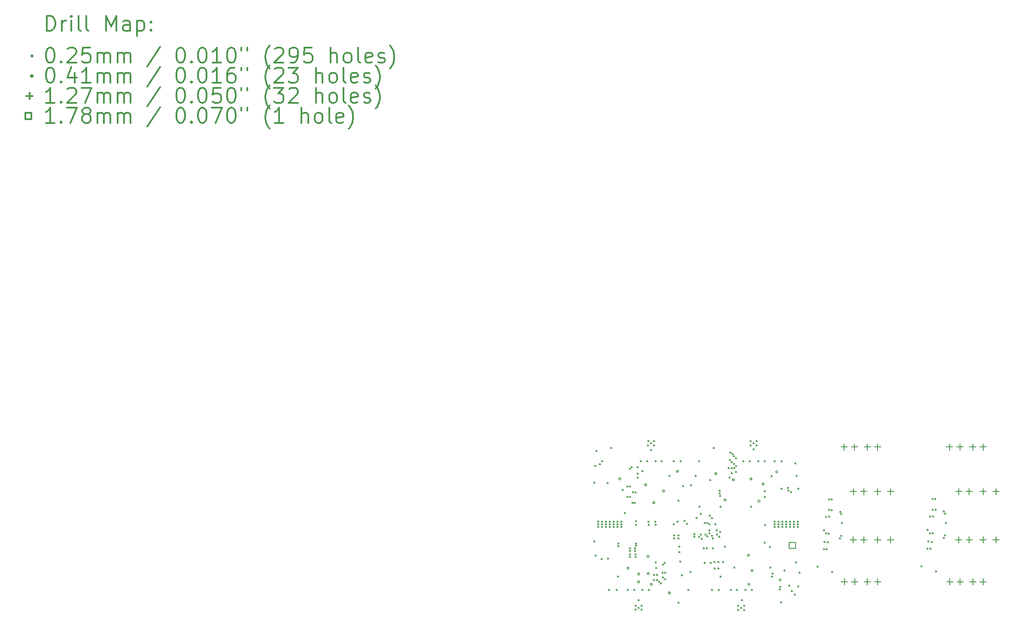
<source format=gbr>
%FSLAX45Y45*%
G04 Gerber Fmt 4.5, Leading zero omitted, Abs format (unit mm)*
G04 Created by KiCad (PCBNEW 4.0.5) date Fri Apr 14 16:53:30 2017*
%MOMM*%
%LPD*%
G01*
G04 APERTURE LIST*
%ADD10C,0.127000*%
%ADD11C,0.200000*%
%ADD12C,0.300000*%
G04 APERTURE END LIST*
D10*
D11*
X11060938Y-9376410D02*
X11086338Y-9401810D01*
X11086338Y-9376410D02*
X11060938Y-9401810D01*
X11063224Y-10536428D02*
X11088624Y-10561828D01*
X11088624Y-10536428D02*
X11063224Y-10561828D01*
X11082020Y-9039098D02*
X11107420Y-9064498D01*
X11107420Y-9039098D02*
X11082020Y-9064498D01*
X11090656Y-10812018D02*
X11116056Y-10837418D01*
X11116056Y-10812018D02*
X11090656Y-10837418D01*
X11103356Y-8745220D02*
X11128756Y-8770620D01*
X11128756Y-8745220D02*
X11103356Y-8770620D01*
X11137900Y-10147300D02*
X11163300Y-10172700D01*
X11163300Y-10147300D02*
X11137900Y-10172700D01*
X11137900Y-10198100D02*
X11163300Y-10223500D01*
X11163300Y-10198100D02*
X11137900Y-10223500D01*
X11137900Y-10248900D02*
X11163300Y-10274300D01*
X11163300Y-10248900D02*
X11137900Y-10274300D01*
X11168380Y-9011920D02*
X11193780Y-9037320D01*
X11193780Y-9011920D02*
X11168380Y-9037320D01*
X11205972Y-10876280D02*
X11231372Y-10901680D01*
X11231372Y-10876280D02*
X11205972Y-10901680D01*
X11212830Y-8952738D02*
X11238230Y-8978138D01*
X11238230Y-8952738D02*
X11212830Y-8978138D01*
X11214100Y-10147300D02*
X11239500Y-10172700D01*
X11239500Y-10147300D02*
X11214100Y-10172700D01*
X11214100Y-10198100D02*
X11239500Y-10223500D01*
X11239500Y-10198100D02*
X11214100Y-10223500D01*
X11214100Y-10248900D02*
X11239500Y-10274300D01*
X11239500Y-10248900D02*
X11214100Y-10274300D01*
X11290300Y-10147300D02*
X11315700Y-10172700D01*
X11315700Y-10147300D02*
X11290300Y-10172700D01*
X11290300Y-10198100D02*
X11315700Y-10223500D01*
X11315700Y-10198100D02*
X11290300Y-10223500D01*
X11290300Y-10248900D02*
X11315700Y-10274300D01*
X11315700Y-10248900D02*
X11290300Y-10274300D01*
X11322304Y-9381744D02*
X11347704Y-9407144D01*
X11347704Y-9381744D02*
X11322304Y-9407144D01*
X11331956Y-10872216D02*
X11357356Y-10897616D01*
X11357356Y-10872216D02*
X11331956Y-10897616D01*
X11352022Y-11487404D02*
X11377422Y-11512804D01*
X11377422Y-11487404D02*
X11352022Y-11512804D01*
X11366500Y-10147300D02*
X11391900Y-10172700D01*
X11391900Y-10147300D02*
X11366500Y-10172700D01*
X11366500Y-10198100D02*
X11391900Y-10223500D01*
X11391900Y-10198100D02*
X11366500Y-10223500D01*
X11366500Y-10248900D02*
X11391900Y-10274300D01*
X11391900Y-10248900D02*
X11366500Y-10274300D01*
X11390884Y-8685530D02*
X11416284Y-8710930D01*
X11416284Y-8685530D02*
X11390884Y-8710930D01*
X11442700Y-10147300D02*
X11468100Y-10172700D01*
X11468100Y-10147300D02*
X11442700Y-10172700D01*
X11442700Y-10198100D02*
X11468100Y-10223500D01*
X11468100Y-10198100D02*
X11442700Y-10223500D01*
X11442700Y-10248900D02*
X11468100Y-10274300D01*
X11468100Y-10248900D02*
X11442700Y-10274300D01*
X11501882Y-11488166D02*
X11527282Y-11513566D01*
X11527282Y-11488166D02*
X11501882Y-11513566D01*
X11518900Y-10147300D02*
X11544300Y-10172700D01*
X11544300Y-10147300D02*
X11518900Y-10172700D01*
X11518900Y-10198100D02*
X11544300Y-10223500D01*
X11544300Y-10198100D02*
X11518900Y-10223500D01*
X11518900Y-10248900D02*
X11544300Y-10274300D01*
X11544300Y-10248900D02*
X11518900Y-10274300D01*
X11531346Y-11229594D02*
X11556746Y-11254994D01*
X11556746Y-11229594D02*
X11531346Y-11254994D01*
X11533124Y-10623296D02*
X11558524Y-10648696D01*
X11558524Y-10623296D02*
X11533124Y-10648696D01*
X11534140Y-10574020D02*
X11559540Y-10599420D01*
X11559540Y-10574020D02*
X11534140Y-10599420D01*
X11595100Y-10147300D02*
X11620500Y-10172700D01*
X11620500Y-10147300D02*
X11595100Y-10172700D01*
X11595100Y-10198100D02*
X11620500Y-10223500D01*
X11620500Y-10198100D02*
X11595100Y-10223500D01*
X11595100Y-10248900D02*
X11620500Y-10274300D01*
X11620500Y-10248900D02*
X11595100Y-10274300D01*
X11622532Y-9517380D02*
X11647932Y-9542780D01*
X11647932Y-9517380D02*
X11622532Y-9542780D01*
X11666728Y-9973564D02*
X11692128Y-9998964D01*
X11692128Y-9973564D02*
X11666728Y-9998964D01*
X11716766Y-9448038D02*
X11742166Y-9473438D01*
X11742166Y-9448038D02*
X11716766Y-9473438D01*
X11717303Y-9653616D02*
X11742703Y-9679016D01*
X11742703Y-9653616D02*
X11717303Y-9679016D01*
X11722862Y-11487404D02*
X11748262Y-11512804D01*
X11748262Y-11487404D02*
X11722862Y-11512804D01*
X11762486Y-10716260D02*
X11787886Y-10741660D01*
X11787886Y-10716260D02*
X11762486Y-10741660D01*
X11762486Y-10786364D02*
X11787886Y-10811764D01*
X11787886Y-10786364D02*
X11762486Y-10811764D01*
X11762994Y-10834624D02*
X11788394Y-10860024D01*
X11788394Y-10834624D02*
X11762994Y-10860024D01*
X11763248Y-10665968D02*
X11788648Y-10691368D01*
X11788648Y-10665968D02*
X11763248Y-10691368D01*
X11763877Y-9104673D02*
X11789277Y-9130073D01*
X11789277Y-9104673D02*
X11763877Y-9130073D01*
X11765563Y-9653524D02*
X11790963Y-9678924D01*
X11790963Y-9653524D02*
X11765563Y-9678924D01*
X11766804Y-9449054D02*
X11792204Y-9474454D01*
X11792204Y-9449054D02*
X11766804Y-9474454D01*
X11798300Y-9070848D02*
X11823700Y-9096248D01*
X11823700Y-9070848D02*
X11798300Y-9096248D01*
X11813286Y-9767824D02*
X11838686Y-9793224D01*
X11838686Y-9767824D02*
X11813286Y-9793224D01*
X11823950Y-9562850D02*
X11849350Y-9588250D01*
X11849350Y-9562850D02*
X11823950Y-9588250D01*
X11847068Y-11486896D02*
X11872468Y-11512296D01*
X11872468Y-11486896D02*
X11847068Y-11512296D01*
X11861545Y-9767519D02*
X11886945Y-9792919D01*
X11886945Y-9767519D02*
X11861545Y-9792919D01*
X11868404Y-10666730D02*
X11893804Y-10692130D01*
X11893804Y-10666730D02*
X11868404Y-10692130D01*
X11869928Y-10717784D02*
X11895328Y-10743184D01*
X11895328Y-10717784D02*
X11869928Y-10743184D01*
X11871960Y-10786364D02*
X11897360Y-10811764D01*
X11897360Y-10786364D02*
X11871960Y-10811764D01*
X11872167Y-9564891D02*
X11897567Y-9590291D01*
X11897567Y-9564891D02*
X11872167Y-9590291D01*
X11872468Y-10834624D02*
X11897868Y-10860024D01*
X11897868Y-10834624D02*
X11872468Y-10860024D01*
X11874500Y-11803888D02*
X11899900Y-11829288D01*
X11899900Y-11803888D02*
X11874500Y-11829288D01*
X11874500Y-11881612D02*
X11899900Y-11907012D01*
X11899900Y-11881612D02*
X11874500Y-11907012D01*
X11880088Y-10570972D02*
X11905488Y-10596372D01*
X11905488Y-10570972D02*
X11880088Y-10596372D01*
X11881137Y-10619221D02*
X11906537Y-10644621D01*
X11906537Y-10619221D02*
X11881137Y-10644621D01*
X11886184Y-10201148D02*
X11911584Y-10226548D01*
X11911584Y-10201148D02*
X11886184Y-10226548D01*
X11886692Y-10138156D02*
X11912092Y-10163556D01*
X11912092Y-10138156D02*
X11886692Y-10163556D01*
X11916156Y-9195308D02*
X11941556Y-9220708D01*
X11941556Y-9195308D02*
X11916156Y-9220708D01*
X11916918Y-9270238D02*
X11942318Y-9295638D01*
X11942318Y-9270238D02*
X11916918Y-9295638D01*
X11917172Y-9064244D02*
X11942572Y-9089644D01*
X11942572Y-9064244D02*
X11917172Y-9089644D01*
X11932920Y-11846560D02*
X11958320Y-11871960D01*
X11958320Y-11846560D02*
X11932920Y-11871960D01*
X11937492Y-11693906D02*
X11962892Y-11719306D01*
X11962892Y-11693906D02*
X11937492Y-11719306D01*
X11978386Y-8950706D02*
X12003786Y-8976106D01*
X12003786Y-8950706D02*
X11978386Y-8976106D01*
X11990324Y-11804396D02*
X12015724Y-11829796D01*
X12015724Y-11804396D02*
X11990324Y-11829796D01*
X11990324Y-11881612D02*
X12015724Y-11907012D01*
X12015724Y-11881612D02*
X11990324Y-11907012D01*
X12007300Y-9148300D02*
X12032700Y-9173700D01*
X12032700Y-9148300D02*
X12007300Y-9173700D01*
X12007596Y-11486896D02*
X12032996Y-11512296D01*
X12032996Y-11486896D02*
X12007596Y-11512296D01*
X12100560Y-8950198D02*
X12125960Y-8975598D01*
X12125960Y-8950198D02*
X12100560Y-8975598D01*
X12123928Y-8637016D02*
X12149328Y-8662416D01*
X12149328Y-8637016D02*
X12123928Y-8662416D01*
X12124436Y-8553704D02*
X12149836Y-8579104D01*
X12149836Y-8553704D02*
X12124436Y-8579104D01*
X12126976Y-10146284D02*
X12152376Y-10171684D01*
X12152376Y-10146284D02*
X12126976Y-10171684D01*
X12133326Y-11487404D02*
X12158726Y-11512804D01*
X12158726Y-11487404D02*
X12133326Y-11512804D01*
X12133580Y-10202672D02*
X12158980Y-10228072D01*
X12158980Y-10202672D02*
X12133580Y-10228072D01*
X12175490Y-8726170D02*
X12200890Y-8751570D01*
X12200890Y-8726170D02*
X12175490Y-8751570D01*
X12179300Y-8595360D02*
X12204700Y-8620760D01*
X12204700Y-8595360D02*
X12179300Y-8620760D01*
X12237212Y-8553704D02*
X12262612Y-8579104D01*
X12262612Y-8553704D02*
X12237212Y-8579104D01*
X12237212Y-8636508D02*
X12262612Y-8661908D01*
X12262612Y-8636508D02*
X12237212Y-8661908D01*
X12242038Y-11191240D02*
X12267438Y-11216640D01*
X12267438Y-11191240D02*
X12242038Y-11216640D01*
X12242292Y-11295380D02*
X12267692Y-11320780D01*
X12267692Y-11295380D02*
X12242292Y-11320780D01*
X12267692Y-10144252D02*
X12293092Y-10169652D01*
X12293092Y-10144252D02*
X12267692Y-10169652D01*
X12268708Y-10202164D02*
X12294108Y-10227564D01*
X12294108Y-10202164D02*
X12268708Y-10227564D01*
X12269724Y-8949944D02*
X12295124Y-8975344D01*
X12295124Y-8949944D02*
X12269724Y-8975344D01*
X12275396Y-10949094D02*
X12300796Y-10974494D01*
X12300796Y-10949094D02*
X12275396Y-10974494D01*
X12278360Y-11058652D02*
X12303760Y-11084052D01*
X12303760Y-11058652D02*
X12278360Y-11084052D01*
X12294108Y-11191748D02*
X12319508Y-11217148D01*
X12319508Y-11191748D02*
X12294108Y-11217148D01*
X12294616Y-11295380D02*
X12320016Y-11320780D01*
X12320016Y-11295380D02*
X12294616Y-11320780D01*
X12341860Y-11324336D02*
X12367260Y-11349736D01*
X12367260Y-11324336D02*
X12341860Y-11349736D01*
X12373356Y-11362944D02*
X12398756Y-11388344D01*
X12398756Y-11362944D02*
X12373356Y-11388344D01*
X12394184Y-8949690D02*
X12419584Y-8975090D01*
X12419584Y-8949690D02*
X12394184Y-8975090D01*
X12409932Y-11150600D02*
X12435332Y-11176000D01*
X12435332Y-11150600D02*
X12409932Y-11176000D01*
X12412218Y-11245342D02*
X12437618Y-11270742D01*
X12437618Y-11245342D02*
X12412218Y-11270742D01*
X12412538Y-10988015D02*
X12437938Y-11013415D01*
X12437938Y-10988015D02*
X12412538Y-11013415D01*
X12450300Y-10954300D02*
X12475700Y-10979700D01*
X12475700Y-10954300D02*
X12450300Y-10979700D01*
X12457430Y-11280648D02*
X12482830Y-11306048D01*
X12482830Y-11280648D02*
X12457430Y-11306048D01*
X12459300Y-11150300D02*
X12484700Y-11175700D01*
X12484700Y-11150300D02*
X12459300Y-11175700D01*
X12540742Y-9235694D02*
X12566142Y-9261094D01*
X12566142Y-9235694D02*
X12540742Y-9261094D01*
X12627300Y-10197300D02*
X12652700Y-10222700D01*
X12652700Y-10197300D02*
X12627300Y-10222700D01*
X12631166Y-8948674D02*
X12656566Y-8974074D01*
X12656566Y-8948674D02*
X12631166Y-8974074D01*
X12640056Y-10417556D02*
X12665456Y-10442956D01*
X12665456Y-10417556D02*
X12640056Y-10442956D01*
X12640564Y-10470388D02*
X12665964Y-10495788D01*
X12665964Y-10470388D02*
X12640564Y-10495788D01*
X12706096Y-10146284D02*
X12731496Y-10171684D01*
X12731496Y-10146284D02*
X12706096Y-10171684D01*
X12721844Y-10415524D02*
X12747244Y-10440924D01*
X12747244Y-10415524D02*
X12721844Y-10440924D01*
X12722606Y-11741404D02*
X12748006Y-11766804D01*
X12748006Y-11741404D02*
X12722606Y-11766804D01*
X12723368Y-10470388D02*
X12748768Y-10495788D01*
X12748768Y-10470388D02*
X12723368Y-10495788D01*
X12724892Y-9725660D02*
X12750292Y-9751060D01*
X12750292Y-9725660D02*
X12724892Y-9751060D01*
X12739116Y-10744708D02*
X12764516Y-10770108D01*
X12764516Y-10744708D02*
X12739116Y-10770108D01*
X12739624Y-10631424D02*
X12765024Y-10656824D01*
X12765024Y-10631424D02*
X12739624Y-10656824D01*
X12752832Y-10934192D02*
X12778232Y-10959592D01*
X12778232Y-10934192D02*
X12752832Y-10959592D01*
X12767564Y-8949436D02*
X12792964Y-8974836D01*
X12792964Y-8949436D02*
X12767564Y-8974836D01*
X12789154Y-11200892D02*
X12814554Y-11226292D01*
X12814554Y-11200892D02*
X12789154Y-11226292D01*
X12818364Y-9437624D02*
X12843764Y-9463024D01*
X12843764Y-9437624D02*
X12818364Y-9463024D01*
X12837160Y-10130028D02*
X12862560Y-10155428D01*
X12862560Y-10130028D02*
X12837160Y-10155428D01*
X12887960Y-10183876D02*
X12913360Y-10209276D01*
X12913360Y-10183876D02*
X12887960Y-10209276D01*
X12917932Y-11489182D02*
X12943332Y-11514582D01*
X12943332Y-11489182D02*
X12917932Y-11514582D01*
X12955016Y-11136884D02*
X12980416Y-11162284D01*
X12980416Y-11136884D02*
X12955016Y-11162284D01*
X12962890Y-9426194D02*
X12988290Y-9451594D01*
X12988290Y-9426194D02*
X12962890Y-9451594D01*
X13034264Y-10392410D02*
X13059664Y-10417810D01*
X13059664Y-10392410D02*
X13034264Y-10417810D01*
X13035026Y-10442194D02*
X13060426Y-10467594D01*
X13060426Y-10442194D02*
X13035026Y-10467594D01*
X13061188Y-9235186D02*
X13086588Y-9260586D01*
X13086588Y-9235186D02*
X13061188Y-9260586D01*
X13077444Y-10067036D02*
X13102844Y-10092436D01*
X13102844Y-10067036D02*
X13077444Y-10092436D01*
X13123672Y-10440416D02*
X13149072Y-10465816D01*
X13149072Y-10440416D02*
X13123672Y-10465816D01*
X13125958Y-8946388D02*
X13151358Y-8971788D01*
X13151358Y-8946388D02*
X13125958Y-8971788D01*
X13135102Y-9850882D02*
X13160502Y-9876282D01*
X13160502Y-9850882D02*
X13135102Y-9876282D01*
X13157300Y-9991300D02*
X13182700Y-10016700D01*
X13182700Y-9991300D02*
X13157300Y-10016700D01*
X13158724Y-10400792D02*
X13184124Y-10426192D01*
X13184124Y-10400792D02*
X13158724Y-10426192D01*
X13182600Y-10483596D02*
X13208000Y-10508996D01*
X13208000Y-10483596D02*
X13182600Y-10508996D01*
X13218668Y-10671556D02*
X13244068Y-10696956D01*
X13244068Y-10671556D02*
X13218668Y-10696956D01*
X13233654Y-10164318D02*
X13259054Y-10189718D01*
X13259054Y-10164318D02*
X13233654Y-10189718D01*
X13235940Y-10957560D02*
X13261340Y-10982960D01*
X13261340Y-10957560D02*
X13235940Y-10982960D01*
X13252704Y-10392918D02*
X13278104Y-10418318D01*
X13278104Y-10392918D02*
X13252704Y-10418318D01*
X13277596Y-10671556D02*
X13302996Y-10696956D01*
X13302996Y-10671556D02*
X13277596Y-10696956D01*
X13285216Y-10165842D02*
X13310616Y-10191242D01*
X13310616Y-10165842D02*
X13285216Y-10191242D01*
X13291058Y-10433304D02*
X13316458Y-10458704D01*
X13316458Y-10433304D02*
X13291058Y-10458704D01*
X13330174Y-10192258D02*
X13355574Y-10217658D01*
X13355574Y-10192258D02*
X13330174Y-10217658D01*
X13330174Y-10311130D02*
X13355574Y-10336530D01*
X13355574Y-10311130D02*
X13330174Y-10336530D01*
X13333476Y-10369550D02*
X13358876Y-10394950D01*
X13358876Y-10369550D02*
X13333476Y-10394950D01*
X13337032Y-10023348D02*
X13362432Y-10048748D01*
X13362432Y-10023348D02*
X13337032Y-10048748D01*
X13344144Y-9324340D02*
X13369544Y-9349740D01*
X13369544Y-9324340D02*
X13344144Y-9349740D01*
X13357352Y-10959084D02*
X13382752Y-10984484D01*
X13382752Y-10959084D02*
X13357352Y-10984484D01*
X13381228Y-10424160D02*
X13406628Y-10449560D01*
X13406628Y-10424160D02*
X13381228Y-10449560D01*
X13384784Y-10078720D02*
X13410184Y-10104120D01*
X13410184Y-10078720D02*
X13384784Y-10104120D01*
X13384784Y-11488166D02*
X13410184Y-11513566D01*
X13410184Y-11488166D02*
X13384784Y-11513566D01*
X13400786Y-10474452D02*
X13426186Y-10499852D01*
X13426186Y-10474452D02*
X13400786Y-10499852D01*
X13401040Y-10671048D02*
X13426440Y-10696448D01*
X13426440Y-10671048D02*
X13401040Y-10696448D01*
X13413740Y-8687308D02*
X13439140Y-8712708D01*
X13439140Y-8687308D02*
X13413740Y-8712708D01*
X13429234Y-10942320D02*
X13454634Y-10967720D01*
X13454634Y-10942320D02*
X13429234Y-10967720D01*
X13435838Y-11067034D02*
X13461238Y-11092434D01*
X13461238Y-11067034D02*
X13435838Y-11092434D01*
X13449554Y-10192512D02*
X13474954Y-10217912D01*
X13474954Y-10192512D02*
X13449554Y-10217912D01*
X13474192Y-10314686D02*
X13499592Y-10340086D01*
X13499592Y-10314686D02*
X13474192Y-10340086D01*
X13486384Y-10397490D02*
X13511784Y-10422890D01*
X13511784Y-10397490D02*
X13486384Y-10422890D01*
X13506196Y-10940288D02*
X13531596Y-10965688D01*
X13531596Y-10940288D02*
X13506196Y-10965688D01*
X13511530Y-11067542D02*
X13536930Y-11092942D01*
X13536930Y-11067542D02*
X13511530Y-11092942D01*
X13515594Y-11488674D02*
X13540994Y-11514074D01*
X13540994Y-11488674D02*
X13515594Y-11514074D01*
X13521436Y-10436860D02*
X13546836Y-10462260D01*
X13546836Y-10436860D02*
X13521436Y-10462260D01*
X13535660Y-9530080D02*
X13561060Y-9555480D01*
X13561060Y-9530080D02*
X13535660Y-9555480D01*
X13538200Y-9584690D02*
X13563600Y-9610090D01*
X13563600Y-9584690D02*
X13538200Y-9610090D01*
X13539724Y-9636760D02*
X13565124Y-9662160D01*
X13565124Y-9636760D02*
X13539724Y-9662160D01*
X13541756Y-10346944D02*
X13567156Y-10372344D01*
X13567156Y-10346944D02*
X13541756Y-10372344D01*
X13547090Y-11229340D02*
X13572490Y-11254740D01*
X13572490Y-11229340D02*
X13547090Y-11254740D01*
X13550392Y-9847580D02*
X13575792Y-9872980D01*
X13575792Y-9847580D02*
X13550392Y-9872980D01*
X13598652Y-10939780D02*
X13624052Y-10965180D01*
X13624052Y-10939780D02*
X13598652Y-10965180D01*
X13633196Y-10633964D02*
X13658596Y-10659364D01*
X13658596Y-10633964D02*
X13633196Y-10659364D01*
X13714984Y-9083802D02*
X13740384Y-9109202D01*
X13740384Y-9083802D02*
X13714984Y-9109202D01*
X13728300Y-9273300D02*
X13753700Y-9298700D01*
X13753700Y-9273300D02*
X13728300Y-9298700D01*
X13733272Y-8924544D02*
X13758672Y-8949944D01*
X13758672Y-8924544D02*
X13733272Y-8949944D01*
X13742416Y-8781288D02*
X13767816Y-8806688D01*
X13767816Y-8781288D02*
X13742416Y-8806688D01*
X13751560Y-11488674D02*
X13776960Y-11514074D01*
X13776960Y-11488674D02*
X13751560Y-11514074D01*
X13767308Y-9082786D02*
X13792708Y-9108186D01*
X13792708Y-9082786D02*
X13767308Y-9108186D01*
X13769594Y-9190228D02*
X13794994Y-9215628D01*
X13794994Y-9190228D02*
X13769594Y-9215628D01*
X13772896Y-8962644D02*
X13798296Y-8988044D01*
X13798296Y-8962644D02*
X13772896Y-8988044D01*
X13785088Y-8808212D02*
X13810488Y-8833612D01*
X13810488Y-8808212D02*
X13785088Y-8833612D01*
X13813300Y-9003300D02*
X13838700Y-9028700D01*
X13838700Y-9003300D02*
X13813300Y-9028700D01*
X13816076Y-8850376D02*
X13841476Y-8875776D01*
X13841476Y-8850376D02*
X13816076Y-8875776D01*
X13819124Y-9084056D02*
X13844524Y-9109456D01*
X13844524Y-9084056D02*
X13819124Y-9109456D01*
X13820648Y-11047222D02*
X13846048Y-11072622D01*
X13846048Y-11047222D02*
X13820648Y-11072622D01*
X13856208Y-9043416D02*
X13881608Y-9068816D01*
X13881608Y-9043416D02*
X13856208Y-9068816D01*
X13856300Y-9159300D02*
X13881700Y-9184700D01*
X13881700Y-9159300D02*
X13856300Y-9184700D01*
X13856970Y-8892032D02*
X13882370Y-8917432D01*
X13882370Y-8892032D02*
X13856970Y-8917432D01*
X13876782Y-11488674D02*
X13902182Y-11514074D01*
X13902182Y-11488674D02*
X13876782Y-11514074D01*
X13899388Y-11887200D02*
X13924788Y-11912600D01*
X13924788Y-11887200D02*
X13899388Y-11912600D01*
X13900912Y-11805412D02*
X13926312Y-11830812D01*
X13926312Y-11805412D02*
X13900912Y-11830812D01*
X13957808Y-11848084D02*
X13983208Y-11873484D01*
X13983208Y-11848084D02*
X13957808Y-11873484D01*
X13975334Y-11696192D02*
X14000734Y-11721592D01*
X14000734Y-11696192D02*
X13975334Y-11721592D01*
X14001496Y-8951214D02*
X14026896Y-8976614D01*
X14026896Y-8951214D02*
X14001496Y-8976614D01*
X14013180Y-11804396D02*
X14038580Y-11829796D01*
X14038580Y-11804396D02*
X14013180Y-11829796D01*
X14014704Y-11887708D02*
X14040104Y-11913108D01*
X14040104Y-11887708D02*
X14014704Y-11913108D01*
X14039088Y-11488166D02*
X14064488Y-11513566D01*
X14064488Y-11488166D02*
X14039088Y-11513566D01*
X14124432Y-8951214D02*
X14149832Y-8976614D01*
X14149832Y-8951214D02*
X14124432Y-8976614D01*
X14145260Y-8553704D02*
X14170660Y-8579104D01*
X14170660Y-8553704D02*
X14145260Y-8579104D01*
X14146276Y-8637016D02*
X14171676Y-8662416D01*
X14171676Y-8637016D02*
X14146276Y-8662416D01*
X14156300Y-9844300D02*
X14181700Y-9869700D01*
X14181700Y-9844300D02*
X14156300Y-9869700D01*
X14165834Y-11488166D02*
X14191234Y-11513566D01*
X14191234Y-11488166D02*
X14165834Y-11513566D01*
X14199870Y-8711692D02*
X14225270Y-8737092D01*
X14225270Y-8711692D02*
X14199870Y-8737092D01*
X14202664Y-8595360D02*
X14228064Y-8620760D01*
X14228064Y-8595360D02*
X14202664Y-8620760D01*
X14259052Y-8553196D02*
X14284452Y-8578596D01*
X14284452Y-8553196D02*
X14259052Y-8578596D01*
X14259560Y-8635492D02*
X14284960Y-8660892D01*
X14284960Y-8635492D02*
X14259560Y-8660892D01*
X14298676Y-8951214D02*
X14324076Y-8976614D01*
X14324076Y-8951214D02*
X14298676Y-8976614D01*
X14420088Y-9654540D02*
X14445488Y-9679940D01*
X14445488Y-9654540D02*
X14420088Y-9679940D01*
X14420596Y-9541510D02*
X14445996Y-9566910D01*
X14445996Y-9541510D02*
X14420596Y-9566910D01*
X14422374Y-8951722D02*
X14447774Y-8977122D01*
X14447774Y-8951722D02*
X14422374Y-8977122D01*
X14424300Y-10557300D02*
X14449700Y-10582700D01*
X14449700Y-10557300D02*
X14424300Y-10582700D01*
X14427300Y-10210300D02*
X14452700Y-10235700D01*
X14452700Y-10210300D02*
X14427300Y-10235700D01*
X14527784Y-10643108D02*
X14553184Y-10668508D01*
X14553184Y-10643108D02*
X14527784Y-10668508D01*
X14533880Y-11050016D02*
X14559280Y-11075416D01*
X14559280Y-11050016D02*
X14533880Y-11075416D01*
X14560804Y-9241536D02*
X14586204Y-9266936D01*
X14586204Y-9241536D02*
X14560804Y-9266936D01*
X14568932Y-11227562D02*
X14594332Y-11252962D01*
X14594332Y-11227562D02*
X14568932Y-11252962D01*
X14572234Y-11170920D02*
X14597634Y-11196320D01*
X14597634Y-11170920D02*
X14572234Y-11196320D01*
X14617700Y-10147300D02*
X14643100Y-10172700D01*
X14643100Y-10147300D02*
X14617700Y-10172700D01*
X14617700Y-10198100D02*
X14643100Y-10223500D01*
X14643100Y-10198100D02*
X14617700Y-10223500D01*
X14617700Y-10248900D02*
X14643100Y-10274300D01*
X14643100Y-10248900D02*
X14617700Y-10274300D01*
X14621764Y-8951468D02*
X14647164Y-8976868D01*
X14647164Y-8951468D02*
X14621764Y-8976868D01*
X14693900Y-10147300D02*
X14719300Y-10172700D01*
X14719300Y-10147300D02*
X14693900Y-10172700D01*
X14693900Y-10198100D02*
X14719300Y-10223500D01*
X14719300Y-10198100D02*
X14693900Y-10223500D01*
X14693900Y-10248900D02*
X14719300Y-10274300D01*
X14719300Y-10248900D02*
X14693900Y-10274300D01*
X14723364Y-11480038D02*
X14748764Y-11505438D01*
X14748764Y-11480038D02*
X14723364Y-11505438D01*
X14725396Y-11425936D02*
X14750796Y-11451336D01*
X14750796Y-11425936D02*
X14725396Y-11451336D01*
X14746732Y-11735308D02*
X14772132Y-11760708D01*
X14772132Y-11735308D02*
X14746732Y-11760708D01*
X14754352Y-9491472D02*
X14779752Y-9516872D01*
X14779752Y-9491472D02*
X14754352Y-9516872D01*
X14754860Y-8951722D02*
X14780260Y-8977122D01*
X14780260Y-8951722D02*
X14754860Y-8977122D01*
X14770100Y-10147300D02*
X14795500Y-10172700D01*
X14795500Y-10147300D02*
X14770100Y-10172700D01*
X14770100Y-10198100D02*
X14795500Y-10223500D01*
X14795500Y-10198100D02*
X14770100Y-10223500D01*
X14770100Y-10248900D02*
X14795500Y-10274300D01*
X14795500Y-10248900D02*
X14770100Y-10274300D01*
X14814804Y-11107420D02*
X14840204Y-11132820D01*
X14840204Y-11107420D02*
X14814804Y-11132820D01*
X14846300Y-10147300D02*
X14871700Y-10172700D01*
X14871700Y-10147300D02*
X14846300Y-10172700D01*
X14846300Y-10198100D02*
X14871700Y-10223500D01*
X14871700Y-10198100D02*
X14846300Y-10223500D01*
X14846300Y-10248900D02*
X14871700Y-10274300D01*
X14871700Y-10248900D02*
X14846300Y-10274300D01*
X14882368Y-9470644D02*
X14907768Y-9496044D01*
X14907768Y-9470644D02*
X14882368Y-9496044D01*
X14892528Y-9528556D02*
X14917928Y-9553956D01*
X14917928Y-9528556D02*
X14892528Y-9553956D01*
X14907006Y-11408156D02*
X14932406Y-11433556D01*
X14932406Y-11408156D02*
X14907006Y-11433556D01*
X14922500Y-10147300D02*
X14947900Y-10172700D01*
X14947900Y-10147300D02*
X14922500Y-10172700D01*
X14922500Y-10198100D02*
X14947900Y-10223500D01*
X14947900Y-10198100D02*
X14922500Y-10223500D01*
X14922500Y-10248900D02*
X14947900Y-10274300D01*
X14947900Y-10248900D02*
X14922500Y-10274300D01*
X14941804Y-9560560D02*
X14967204Y-9585960D01*
X14967204Y-9560560D02*
X14941804Y-9585960D01*
X14954250Y-11516868D02*
X14979650Y-11542268D01*
X14979650Y-11516868D02*
X14954250Y-11542268D01*
X14998700Y-10147300D02*
X15024100Y-10172700D01*
X15024100Y-10147300D02*
X14998700Y-10172700D01*
X14998700Y-10198100D02*
X15024100Y-10223500D01*
X15024100Y-10198100D02*
X14998700Y-10223500D01*
X14998700Y-10248900D02*
X15024100Y-10274300D01*
X15024100Y-10248900D02*
X14998700Y-10274300D01*
X15015210Y-11586210D02*
X15040610Y-11611610D01*
X15040610Y-11586210D02*
X15015210Y-11611610D01*
X15027148Y-8988044D02*
X15052548Y-9013444D01*
X15052548Y-8988044D02*
X15027148Y-9013444D01*
X15043150Y-10943590D02*
X15068550Y-10968990D01*
X15068550Y-10943590D02*
X15043150Y-10968990D01*
X15048230Y-9236456D02*
X15073630Y-9261856D01*
X15073630Y-9236456D02*
X15048230Y-9261856D01*
X15074900Y-10147300D02*
X15100300Y-10172700D01*
X15100300Y-10147300D02*
X15074900Y-10172700D01*
X15074900Y-10198100D02*
X15100300Y-10223500D01*
X15100300Y-10198100D02*
X15074900Y-10223500D01*
X15074900Y-10248900D02*
X15100300Y-10274300D01*
X15100300Y-10248900D02*
X15074900Y-10274300D01*
X15083536Y-11420856D02*
X15108936Y-11446256D01*
X15108936Y-11420856D02*
X15083536Y-11446256D01*
X15085822Y-9495282D02*
X15111222Y-9520682D01*
X15111222Y-9495282D02*
X15085822Y-9520682D01*
X15108682Y-11148568D02*
X15134082Y-11173968D01*
X15134082Y-11148568D02*
X15108682Y-11173968D01*
X15468600Y-11028934D02*
X15494000Y-11054334D01*
X15494000Y-11028934D02*
X15468600Y-11054334D01*
X15587218Y-10681970D02*
X15612618Y-10707370D01*
X15612618Y-10681970D02*
X15587218Y-10707370D01*
X15589250Y-10311638D02*
X15614650Y-10337038D01*
X15614650Y-10311638D02*
X15589250Y-10337038D01*
X15601188Y-10539476D02*
X15626588Y-10564876D01*
X15626588Y-10539476D02*
X15601188Y-10564876D01*
X15635224Y-10375900D02*
X15660624Y-10401300D01*
X15660624Y-10375900D02*
X15635224Y-10401300D01*
X15636240Y-10047224D02*
X15661640Y-10072624D01*
X15661640Y-10047224D02*
X15636240Y-10072624D01*
X15641828Y-10682732D02*
X15667228Y-10708132D01*
X15667228Y-10682732D02*
X15641828Y-10708132D01*
X15667736Y-10550398D02*
X15693136Y-10575798D01*
X15693136Y-10550398D02*
X15667736Y-10575798D01*
X15683471Y-10377049D02*
X15708871Y-10402449D01*
X15708871Y-10377049D02*
X15683471Y-10402449D01*
X15690088Y-9910064D02*
X15715488Y-9935464D01*
X15715488Y-9910064D02*
X15690088Y-9935464D01*
X15690850Y-9702546D02*
X15716250Y-9727946D01*
X15716250Y-9702546D02*
X15690850Y-9727946D01*
X15693898Y-10044176D02*
X15719298Y-10069576D01*
X15719298Y-10044176D02*
X15693898Y-10069576D01*
X15741650Y-9701530D02*
X15767050Y-9726930D01*
X15767050Y-9701530D02*
X15741650Y-9726930D01*
X15744952Y-9911334D02*
X15770352Y-9936734D01*
X15770352Y-9911334D02*
X15744952Y-9936734D01*
X15753588Y-11129518D02*
X15778988Y-11154918D01*
X15778988Y-11129518D02*
X15753588Y-11154918D01*
X15905480Y-10469372D02*
X15930880Y-10494772D01*
X15930880Y-10469372D02*
X15905480Y-10494772D01*
X15910560Y-9946640D02*
X15935960Y-9972040D01*
X15935960Y-9946640D02*
X15910560Y-9972040D01*
X15931896Y-10423652D02*
X15957296Y-10449052D01*
X15957296Y-10423652D02*
X15931896Y-10449052D01*
X15932658Y-9991598D02*
X15958058Y-10016998D01*
X15958058Y-9991598D02*
X15932658Y-10016998D01*
X15945866Y-10170414D02*
X15971266Y-10195814D01*
X15971266Y-10170414D02*
X15945866Y-10195814D01*
X17515078Y-11023092D02*
X17540478Y-11048492D01*
X17540478Y-11023092D02*
X17515078Y-11048492D01*
X17633696Y-10676128D02*
X17659096Y-10701528D01*
X17659096Y-10676128D02*
X17633696Y-10701528D01*
X17635728Y-10305796D02*
X17661128Y-10331196D01*
X17661128Y-10305796D02*
X17635728Y-10331196D01*
X17647666Y-10533634D02*
X17673066Y-10559034D01*
X17673066Y-10533634D02*
X17647666Y-10559034D01*
X17681702Y-10370058D02*
X17707102Y-10395458D01*
X17707102Y-10370058D02*
X17681702Y-10395458D01*
X17682718Y-10041382D02*
X17708118Y-10066782D01*
X17708118Y-10041382D02*
X17682718Y-10066782D01*
X17688306Y-10676890D02*
X17713706Y-10702290D01*
X17713706Y-10676890D02*
X17688306Y-10702290D01*
X17714214Y-10544556D02*
X17739614Y-10569956D01*
X17739614Y-10544556D02*
X17714214Y-10569956D01*
X17729949Y-10371207D02*
X17755349Y-10396607D01*
X17755349Y-10371207D02*
X17729949Y-10396607D01*
X17736566Y-9904222D02*
X17761966Y-9929622D01*
X17761966Y-9904222D02*
X17736566Y-9929622D01*
X17737328Y-9696704D02*
X17762728Y-9722104D01*
X17762728Y-9696704D02*
X17737328Y-9722104D01*
X17740376Y-10038334D02*
X17765776Y-10063734D01*
X17765776Y-10038334D02*
X17740376Y-10063734D01*
X17788128Y-9695688D02*
X17813528Y-9721088D01*
X17813528Y-9695688D02*
X17788128Y-9721088D01*
X17791430Y-9905492D02*
X17816830Y-9930892D01*
X17816830Y-9905492D02*
X17791430Y-9930892D01*
X17800066Y-11123676D02*
X17825466Y-11149076D01*
X17825466Y-11123676D02*
X17800066Y-11149076D01*
X17951958Y-10463530D02*
X17977358Y-10488930D01*
X17977358Y-10463530D02*
X17951958Y-10488930D01*
X17957038Y-9940798D02*
X17982438Y-9966198D01*
X17982438Y-9940798D02*
X17957038Y-9966198D01*
X17978374Y-10417810D02*
X18003774Y-10443210D01*
X18003774Y-10417810D02*
X17978374Y-10443210D01*
X17979136Y-9985756D02*
X18004536Y-10011156D01*
X18004536Y-9985756D02*
X17979136Y-10011156D01*
X17992344Y-10164572D02*
X18017744Y-10189972D01*
X18017744Y-10164572D02*
X17992344Y-10189972D01*
X11593830Y-9311640D02*
G75*
G03X11593830Y-9311640I-20320J0D01*
G01*
X11757152Y-11073892D02*
G75*
G03X11757152Y-11073892I-20320J0D01*
G01*
X11964670Y-11346942D02*
G75*
G03X11964670Y-11346942I-20320J0D01*
G01*
X11965432Y-11189716D02*
G75*
G03X11965432Y-11189716I-20320J0D01*
G01*
X12103354Y-9430258D02*
G75*
G03X12103354Y-9430258I-20320J0D01*
G01*
X12152376Y-10841736D02*
G75*
G03X12152376Y-10841736I-20320J0D01*
G01*
X12154916Y-11181588D02*
G75*
G03X12154916Y-11181588I-20320J0D01*
G01*
X12214606Y-11394948D02*
G75*
G03X12214606Y-11394948I-20320J0D01*
G01*
X12265152Y-9781032D02*
G75*
G03X12265152Y-9781032I-20320J0D01*
G01*
X12457176Y-9550908D02*
G75*
G03X12457176Y-9550908I-20320J0D01*
G01*
X12571222Y-11563350D02*
G75*
G03X12571222Y-11563350I-20320J0D01*
G01*
X12731242Y-9162034D02*
G75*
G03X12731242Y-9162034I-20320J0D01*
G01*
X13489320Y-9210000D02*
G75*
G03X13489320Y-9210000I-20320J0D01*
G01*
X13669264Y-9728200D02*
G75*
G03X13669264Y-9728200I-20320J0D01*
G01*
X13833348Y-9328912D02*
G75*
G03X13833348Y-9328912I-20320J0D01*
G01*
X14130274Y-10822940D02*
G75*
G03X14130274Y-10822940I-20320J0D01*
G01*
X14138910Y-11393170D02*
G75*
G03X14138910Y-11393170I-20320J0D01*
G01*
X14181836Y-9314180D02*
G75*
G03X14181836Y-9314180I-20320J0D01*
G01*
X14202918Y-11122914D02*
G75*
G03X14202918Y-11122914I-20320J0D01*
G01*
X14339824Y-9750552D02*
G75*
G03X14339824Y-9750552I-20320J0D01*
G01*
X14420596Y-9412224D02*
G75*
G03X14420596Y-9412224I-20320J0D01*
G01*
X14690090Y-9174480D02*
G75*
G03X14690090Y-9174480I-20320J0D01*
G01*
X14755622Y-11307826D02*
G75*
G03X14755622Y-11307826I-20320J0D01*
G01*
X16000476Y-8618474D02*
X16000476Y-8745474D01*
X15936976Y-8681974D02*
X16063976Y-8681974D01*
X16004794Y-11278108D02*
X16004794Y-11405108D01*
X15941294Y-11341608D02*
X16068294Y-11341608D01*
X16177260Y-10451846D02*
X16177260Y-10578846D01*
X16113760Y-10515346D02*
X16240760Y-10515346D01*
X16183356Y-9498838D02*
X16183356Y-9625838D01*
X16119856Y-9562338D02*
X16246856Y-9562338D01*
X16203168Y-8618474D02*
X16203168Y-8745474D01*
X16139668Y-8681974D02*
X16266668Y-8681974D01*
X16208248Y-11278108D02*
X16208248Y-11405108D01*
X16144748Y-11341608D02*
X16271748Y-11341608D01*
X16386810Y-9498838D02*
X16386810Y-9625838D01*
X16323310Y-9562338D02*
X16450310Y-9562338D01*
X16386810Y-10451846D02*
X16386810Y-10578846D01*
X16323310Y-10515346D02*
X16450310Y-10515346D01*
X16457168Y-11278108D02*
X16457168Y-11405108D01*
X16393668Y-11341608D02*
X16520668Y-11341608D01*
X16457422Y-8618474D02*
X16457422Y-8745474D01*
X16393922Y-8681974D02*
X16520922Y-8681974D01*
X16660622Y-9498838D02*
X16660622Y-9625838D01*
X16597122Y-9562338D02*
X16724122Y-9562338D01*
X16660622Y-10451846D02*
X16660622Y-10578846D01*
X16597122Y-10515346D02*
X16724122Y-10515346D01*
X16660622Y-11278108D02*
X16660622Y-11405108D01*
X16597122Y-11341608D02*
X16724122Y-11341608D01*
X16660876Y-8618474D02*
X16660876Y-8745474D01*
X16597376Y-8681974D02*
X16724376Y-8681974D01*
X16913606Y-9498838D02*
X16913606Y-9625838D01*
X16850106Y-9562338D02*
X16977106Y-9562338D01*
X16913606Y-10451846D02*
X16913606Y-10578846D01*
X16850106Y-10515346D02*
X16977106Y-10515346D01*
X18079212Y-8618474D02*
X18079212Y-8745474D01*
X18015712Y-8681974D02*
X18142712Y-8681974D01*
X18083530Y-11278108D02*
X18083530Y-11405108D01*
X18020030Y-11341608D02*
X18147030Y-11341608D01*
X18255996Y-10451846D02*
X18255996Y-10578846D01*
X18192496Y-10515346D02*
X18319496Y-10515346D01*
X18262092Y-9498838D02*
X18262092Y-9625838D01*
X18198592Y-9562338D02*
X18325592Y-9562338D01*
X18281904Y-8618474D02*
X18281904Y-8745474D01*
X18218404Y-8681974D02*
X18345404Y-8681974D01*
X18286984Y-11278108D02*
X18286984Y-11405108D01*
X18223484Y-11341608D02*
X18350484Y-11341608D01*
X18465546Y-9498838D02*
X18465546Y-9625838D01*
X18402046Y-9562338D02*
X18529046Y-9562338D01*
X18465546Y-10451846D02*
X18465546Y-10578846D01*
X18402046Y-10515346D02*
X18529046Y-10515346D01*
X18535904Y-11278108D02*
X18535904Y-11405108D01*
X18472404Y-11341608D02*
X18599404Y-11341608D01*
X18536158Y-8618474D02*
X18536158Y-8745474D01*
X18472658Y-8681974D02*
X18599658Y-8681974D01*
X18739358Y-9498838D02*
X18739358Y-9625838D01*
X18675858Y-9562338D02*
X18802858Y-9562338D01*
X18739358Y-10451846D02*
X18739358Y-10578846D01*
X18675858Y-10515346D02*
X18802858Y-10515346D01*
X18739358Y-11278108D02*
X18739358Y-11405108D01*
X18675858Y-11341608D02*
X18802858Y-11341608D01*
X18739612Y-8618474D02*
X18739612Y-8745474D01*
X18676112Y-8681974D02*
X18803112Y-8681974D01*
X18992342Y-9498838D02*
X18992342Y-9625838D01*
X18928842Y-9562338D02*
X19055842Y-9562338D01*
X18992342Y-10451846D02*
X18992342Y-10578846D01*
X18928842Y-10515346D02*
X19055842Y-10515346D01*
X15041242Y-10688698D02*
X15041242Y-10562974D01*
X14915518Y-10562974D01*
X14915518Y-10688698D01*
X15041242Y-10688698D01*
D12*
X271429Y-465714D02*
X271429Y-165714D01*
X342857Y-165714D01*
X385714Y-180000D01*
X414286Y-208571D01*
X428571Y-237143D01*
X442857Y-294286D01*
X442857Y-337143D01*
X428571Y-394286D01*
X414286Y-422857D01*
X385714Y-451429D01*
X342857Y-465714D01*
X271429Y-465714D01*
X571429Y-465714D02*
X571429Y-265714D01*
X571429Y-322857D02*
X585714Y-294286D01*
X600000Y-280000D01*
X628571Y-265714D01*
X657143Y-265714D01*
X757143Y-465714D02*
X757143Y-265714D01*
X757143Y-165714D02*
X742857Y-180000D01*
X757143Y-194286D01*
X771429Y-180000D01*
X757143Y-165714D01*
X757143Y-194286D01*
X942857Y-465714D02*
X914286Y-451429D01*
X900000Y-422857D01*
X900000Y-165714D01*
X1100000Y-465714D02*
X1071429Y-451429D01*
X1057143Y-422857D01*
X1057143Y-165714D01*
X1442857Y-465714D02*
X1442857Y-165714D01*
X1542857Y-380000D01*
X1642857Y-165714D01*
X1642857Y-465714D01*
X1914286Y-465714D02*
X1914286Y-308571D01*
X1900000Y-280000D01*
X1871429Y-265714D01*
X1814286Y-265714D01*
X1785714Y-280000D01*
X1914286Y-451429D02*
X1885714Y-465714D01*
X1814286Y-465714D01*
X1785714Y-451429D01*
X1771429Y-422857D01*
X1771429Y-394286D01*
X1785714Y-365714D01*
X1814286Y-351429D01*
X1885714Y-351429D01*
X1914286Y-337143D01*
X2057143Y-265714D02*
X2057143Y-565714D01*
X2057143Y-280000D02*
X2085714Y-265714D01*
X2142857Y-265714D01*
X2171429Y-280000D01*
X2185714Y-294286D01*
X2200000Y-322857D01*
X2200000Y-408571D01*
X2185714Y-437143D01*
X2171429Y-451429D01*
X2142857Y-465714D01*
X2085714Y-465714D01*
X2057143Y-451429D01*
X2328572Y-437143D02*
X2342857Y-451429D01*
X2328572Y-465714D01*
X2314286Y-451429D01*
X2328572Y-437143D01*
X2328572Y-465714D01*
X2328572Y-280000D02*
X2342857Y-294286D01*
X2328572Y-308571D01*
X2314286Y-294286D01*
X2328572Y-280000D01*
X2328572Y-308571D01*
X-25400Y-947300D02*
X0Y-972700D01*
X0Y-947300D02*
X-25400Y-972700D01*
X328571Y-795714D02*
X357143Y-795714D01*
X385714Y-810000D01*
X400000Y-824286D01*
X414286Y-852857D01*
X428571Y-910000D01*
X428571Y-981429D01*
X414286Y-1038571D01*
X400000Y-1067143D01*
X385714Y-1081429D01*
X357143Y-1095714D01*
X328571Y-1095714D01*
X300000Y-1081429D01*
X285714Y-1067143D01*
X271429Y-1038571D01*
X257143Y-981429D01*
X257143Y-910000D01*
X271429Y-852857D01*
X285714Y-824286D01*
X300000Y-810000D01*
X328571Y-795714D01*
X557143Y-1067143D02*
X571429Y-1081429D01*
X557143Y-1095714D01*
X542857Y-1081429D01*
X557143Y-1067143D01*
X557143Y-1095714D01*
X685714Y-824286D02*
X700000Y-810000D01*
X728571Y-795714D01*
X800000Y-795714D01*
X828571Y-810000D01*
X842857Y-824286D01*
X857143Y-852857D01*
X857143Y-881429D01*
X842857Y-924286D01*
X671429Y-1095714D01*
X857143Y-1095714D01*
X1128571Y-795714D02*
X985714Y-795714D01*
X971429Y-938571D01*
X985714Y-924286D01*
X1014286Y-910000D01*
X1085714Y-910000D01*
X1114286Y-924286D01*
X1128571Y-938571D01*
X1142857Y-967143D01*
X1142857Y-1038571D01*
X1128571Y-1067143D01*
X1114286Y-1081429D01*
X1085714Y-1095714D01*
X1014286Y-1095714D01*
X985714Y-1081429D01*
X971429Y-1067143D01*
X1271429Y-1095714D02*
X1271429Y-895714D01*
X1271429Y-924286D02*
X1285714Y-910000D01*
X1314286Y-895714D01*
X1357143Y-895714D01*
X1385714Y-910000D01*
X1400000Y-938571D01*
X1400000Y-1095714D01*
X1400000Y-938571D02*
X1414286Y-910000D01*
X1442857Y-895714D01*
X1485714Y-895714D01*
X1514286Y-910000D01*
X1528571Y-938571D01*
X1528571Y-1095714D01*
X1671429Y-1095714D02*
X1671429Y-895714D01*
X1671429Y-924286D02*
X1685714Y-910000D01*
X1714286Y-895714D01*
X1757143Y-895714D01*
X1785714Y-910000D01*
X1800000Y-938571D01*
X1800000Y-1095714D01*
X1800000Y-938571D02*
X1814286Y-910000D01*
X1842857Y-895714D01*
X1885714Y-895714D01*
X1914286Y-910000D01*
X1928571Y-938571D01*
X1928571Y-1095714D01*
X2514286Y-781429D02*
X2257143Y-1167143D01*
X2900000Y-795714D02*
X2928571Y-795714D01*
X2957143Y-810000D01*
X2971428Y-824286D01*
X2985714Y-852857D01*
X3000000Y-910000D01*
X3000000Y-981429D01*
X2985714Y-1038571D01*
X2971428Y-1067143D01*
X2957143Y-1081429D01*
X2928571Y-1095714D01*
X2900000Y-1095714D01*
X2871428Y-1081429D01*
X2857143Y-1067143D01*
X2842857Y-1038571D01*
X2828571Y-981429D01*
X2828571Y-910000D01*
X2842857Y-852857D01*
X2857143Y-824286D01*
X2871428Y-810000D01*
X2900000Y-795714D01*
X3128571Y-1067143D02*
X3142857Y-1081429D01*
X3128571Y-1095714D01*
X3114286Y-1081429D01*
X3128571Y-1067143D01*
X3128571Y-1095714D01*
X3328571Y-795714D02*
X3357143Y-795714D01*
X3385714Y-810000D01*
X3400000Y-824286D01*
X3414286Y-852857D01*
X3428571Y-910000D01*
X3428571Y-981429D01*
X3414286Y-1038571D01*
X3400000Y-1067143D01*
X3385714Y-1081429D01*
X3357143Y-1095714D01*
X3328571Y-1095714D01*
X3300000Y-1081429D01*
X3285714Y-1067143D01*
X3271428Y-1038571D01*
X3257143Y-981429D01*
X3257143Y-910000D01*
X3271428Y-852857D01*
X3285714Y-824286D01*
X3300000Y-810000D01*
X3328571Y-795714D01*
X3714286Y-1095714D02*
X3542857Y-1095714D01*
X3628571Y-1095714D02*
X3628571Y-795714D01*
X3600000Y-838571D01*
X3571428Y-867143D01*
X3542857Y-881429D01*
X3900000Y-795714D02*
X3928571Y-795714D01*
X3957143Y-810000D01*
X3971428Y-824286D01*
X3985714Y-852857D01*
X4000000Y-910000D01*
X4000000Y-981429D01*
X3985714Y-1038571D01*
X3971428Y-1067143D01*
X3957143Y-1081429D01*
X3928571Y-1095714D01*
X3900000Y-1095714D01*
X3871428Y-1081429D01*
X3857143Y-1067143D01*
X3842857Y-1038571D01*
X3828571Y-981429D01*
X3828571Y-910000D01*
X3842857Y-852857D01*
X3857143Y-824286D01*
X3871428Y-810000D01*
X3900000Y-795714D01*
X4114286Y-795714D02*
X4114286Y-852857D01*
X4228571Y-795714D02*
X4228571Y-852857D01*
X4671429Y-1210000D02*
X4657143Y-1195714D01*
X4628571Y-1152857D01*
X4614286Y-1124286D01*
X4600000Y-1081429D01*
X4585714Y-1010000D01*
X4585714Y-952857D01*
X4600000Y-881429D01*
X4614286Y-838571D01*
X4628571Y-810000D01*
X4657143Y-767143D01*
X4671429Y-752857D01*
X4771429Y-824286D02*
X4785714Y-810000D01*
X4814286Y-795714D01*
X4885714Y-795714D01*
X4914286Y-810000D01*
X4928571Y-824286D01*
X4942857Y-852857D01*
X4942857Y-881429D01*
X4928571Y-924286D01*
X4757143Y-1095714D01*
X4942857Y-1095714D01*
X5085714Y-1095714D02*
X5142857Y-1095714D01*
X5171429Y-1081429D01*
X5185714Y-1067143D01*
X5214286Y-1024286D01*
X5228571Y-967143D01*
X5228571Y-852857D01*
X5214286Y-824286D01*
X5200000Y-810000D01*
X5171429Y-795714D01*
X5114286Y-795714D01*
X5085714Y-810000D01*
X5071429Y-824286D01*
X5057143Y-852857D01*
X5057143Y-924286D01*
X5071429Y-952857D01*
X5085714Y-967143D01*
X5114286Y-981429D01*
X5171429Y-981429D01*
X5200000Y-967143D01*
X5214286Y-952857D01*
X5228571Y-924286D01*
X5500000Y-795714D02*
X5357143Y-795714D01*
X5342857Y-938571D01*
X5357143Y-924286D01*
X5385714Y-910000D01*
X5457143Y-910000D01*
X5485714Y-924286D01*
X5500000Y-938571D01*
X5514286Y-967143D01*
X5514286Y-1038571D01*
X5500000Y-1067143D01*
X5485714Y-1081429D01*
X5457143Y-1095714D01*
X5385714Y-1095714D01*
X5357143Y-1081429D01*
X5342857Y-1067143D01*
X5871428Y-1095714D02*
X5871428Y-795714D01*
X6000000Y-1095714D02*
X6000000Y-938571D01*
X5985714Y-910000D01*
X5957143Y-895714D01*
X5914286Y-895714D01*
X5885714Y-910000D01*
X5871428Y-924286D01*
X6185714Y-1095714D02*
X6157143Y-1081429D01*
X6142857Y-1067143D01*
X6128571Y-1038571D01*
X6128571Y-952857D01*
X6142857Y-924286D01*
X6157143Y-910000D01*
X6185714Y-895714D01*
X6228571Y-895714D01*
X6257143Y-910000D01*
X6271428Y-924286D01*
X6285714Y-952857D01*
X6285714Y-1038571D01*
X6271428Y-1067143D01*
X6257143Y-1081429D01*
X6228571Y-1095714D01*
X6185714Y-1095714D01*
X6457143Y-1095714D02*
X6428571Y-1081429D01*
X6414286Y-1052857D01*
X6414286Y-795714D01*
X6685714Y-1081429D02*
X6657143Y-1095714D01*
X6600000Y-1095714D01*
X6571429Y-1081429D01*
X6557143Y-1052857D01*
X6557143Y-938571D01*
X6571429Y-910000D01*
X6600000Y-895714D01*
X6657143Y-895714D01*
X6685714Y-910000D01*
X6700000Y-938571D01*
X6700000Y-967143D01*
X6557143Y-995714D01*
X6814286Y-1081429D02*
X6842857Y-1095714D01*
X6900000Y-1095714D01*
X6928571Y-1081429D01*
X6942857Y-1052857D01*
X6942857Y-1038571D01*
X6928571Y-1010000D01*
X6900000Y-995714D01*
X6857143Y-995714D01*
X6828571Y-981429D01*
X6814286Y-952857D01*
X6814286Y-938571D01*
X6828571Y-910000D01*
X6857143Y-895714D01*
X6900000Y-895714D01*
X6928571Y-910000D01*
X7042857Y-1210000D02*
X7057143Y-1195714D01*
X7085714Y-1152857D01*
X7100000Y-1124286D01*
X7114286Y-1081429D01*
X7128571Y-1010000D01*
X7128571Y-952857D01*
X7114286Y-881429D01*
X7100000Y-838571D01*
X7085714Y-810000D01*
X7057143Y-767143D01*
X7042857Y-752857D01*
X0Y-1356000D02*
G75*
G03X0Y-1356000I-20320J0D01*
G01*
X328571Y-1191714D02*
X357143Y-1191714D01*
X385714Y-1206000D01*
X400000Y-1220286D01*
X414286Y-1248857D01*
X428571Y-1306000D01*
X428571Y-1377429D01*
X414286Y-1434571D01*
X400000Y-1463143D01*
X385714Y-1477429D01*
X357143Y-1491714D01*
X328571Y-1491714D01*
X300000Y-1477429D01*
X285714Y-1463143D01*
X271429Y-1434571D01*
X257143Y-1377429D01*
X257143Y-1306000D01*
X271429Y-1248857D01*
X285714Y-1220286D01*
X300000Y-1206000D01*
X328571Y-1191714D01*
X557143Y-1463143D02*
X571429Y-1477429D01*
X557143Y-1491714D01*
X542857Y-1477429D01*
X557143Y-1463143D01*
X557143Y-1491714D01*
X828571Y-1291714D02*
X828571Y-1491714D01*
X757143Y-1177429D02*
X685714Y-1391714D01*
X871428Y-1391714D01*
X1142857Y-1491714D02*
X971429Y-1491714D01*
X1057143Y-1491714D02*
X1057143Y-1191714D01*
X1028571Y-1234571D01*
X1000000Y-1263143D01*
X971429Y-1277429D01*
X1271429Y-1491714D02*
X1271429Y-1291714D01*
X1271429Y-1320286D02*
X1285714Y-1306000D01*
X1314286Y-1291714D01*
X1357143Y-1291714D01*
X1385714Y-1306000D01*
X1400000Y-1334571D01*
X1400000Y-1491714D01*
X1400000Y-1334571D02*
X1414286Y-1306000D01*
X1442857Y-1291714D01*
X1485714Y-1291714D01*
X1514286Y-1306000D01*
X1528571Y-1334571D01*
X1528571Y-1491714D01*
X1671429Y-1491714D02*
X1671429Y-1291714D01*
X1671429Y-1320286D02*
X1685714Y-1306000D01*
X1714286Y-1291714D01*
X1757143Y-1291714D01*
X1785714Y-1306000D01*
X1800000Y-1334571D01*
X1800000Y-1491714D01*
X1800000Y-1334571D02*
X1814286Y-1306000D01*
X1842857Y-1291714D01*
X1885714Y-1291714D01*
X1914286Y-1306000D01*
X1928571Y-1334571D01*
X1928571Y-1491714D01*
X2514286Y-1177429D02*
X2257143Y-1563143D01*
X2900000Y-1191714D02*
X2928571Y-1191714D01*
X2957143Y-1206000D01*
X2971428Y-1220286D01*
X2985714Y-1248857D01*
X3000000Y-1306000D01*
X3000000Y-1377429D01*
X2985714Y-1434571D01*
X2971428Y-1463143D01*
X2957143Y-1477429D01*
X2928571Y-1491714D01*
X2900000Y-1491714D01*
X2871428Y-1477429D01*
X2857143Y-1463143D01*
X2842857Y-1434571D01*
X2828571Y-1377429D01*
X2828571Y-1306000D01*
X2842857Y-1248857D01*
X2857143Y-1220286D01*
X2871428Y-1206000D01*
X2900000Y-1191714D01*
X3128571Y-1463143D02*
X3142857Y-1477429D01*
X3128571Y-1491714D01*
X3114286Y-1477429D01*
X3128571Y-1463143D01*
X3128571Y-1491714D01*
X3328571Y-1191714D02*
X3357143Y-1191714D01*
X3385714Y-1206000D01*
X3400000Y-1220286D01*
X3414286Y-1248857D01*
X3428571Y-1306000D01*
X3428571Y-1377429D01*
X3414286Y-1434571D01*
X3400000Y-1463143D01*
X3385714Y-1477429D01*
X3357143Y-1491714D01*
X3328571Y-1491714D01*
X3300000Y-1477429D01*
X3285714Y-1463143D01*
X3271428Y-1434571D01*
X3257143Y-1377429D01*
X3257143Y-1306000D01*
X3271428Y-1248857D01*
X3285714Y-1220286D01*
X3300000Y-1206000D01*
X3328571Y-1191714D01*
X3714286Y-1491714D02*
X3542857Y-1491714D01*
X3628571Y-1491714D02*
X3628571Y-1191714D01*
X3600000Y-1234571D01*
X3571428Y-1263143D01*
X3542857Y-1277429D01*
X3971428Y-1191714D02*
X3914286Y-1191714D01*
X3885714Y-1206000D01*
X3871428Y-1220286D01*
X3842857Y-1263143D01*
X3828571Y-1320286D01*
X3828571Y-1434571D01*
X3842857Y-1463143D01*
X3857143Y-1477429D01*
X3885714Y-1491714D01*
X3942857Y-1491714D01*
X3971428Y-1477429D01*
X3985714Y-1463143D01*
X4000000Y-1434571D01*
X4000000Y-1363143D01*
X3985714Y-1334571D01*
X3971428Y-1320286D01*
X3942857Y-1306000D01*
X3885714Y-1306000D01*
X3857143Y-1320286D01*
X3842857Y-1334571D01*
X3828571Y-1363143D01*
X4114286Y-1191714D02*
X4114286Y-1248857D01*
X4228571Y-1191714D02*
X4228571Y-1248857D01*
X4671429Y-1606000D02*
X4657143Y-1591714D01*
X4628571Y-1548857D01*
X4614286Y-1520286D01*
X4600000Y-1477429D01*
X4585714Y-1406000D01*
X4585714Y-1348857D01*
X4600000Y-1277429D01*
X4614286Y-1234571D01*
X4628571Y-1206000D01*
X4657143Y-1163143D01*
X4671429Y-1148857D01*
X4771429Y-1220286D02*
X4785714Y-1206000D01*
X4814286Y-1191714D01*
X4885714Y-1191714D01*
X4914286Y-1206000D01*
X4928571Y-1220286D01*
X4942857Y-1248857D01*
X4942857Y-1277429D01*
X4928571Y-1320286D01*
X4757143Y-1491714D01*
X4942857Y-1491714D01*
X5042857Y-1191714D02*
X5228571Y-1191714D01*
X5128571Y-1306000D01*
X5171429Y-1306000D01*
X5200000Y-1320286D01*
X5214286Y-1334571D01*
X5228571Y-1363143D01*
X5228571Y-1434571D01*
X5214286Y-1463143D01*
X5200000Y-1477429D01*
X5171429Y-1491714D01*
X5085714Y-1491714D01*
X5057143Y-1477429D01*
X5042857Y-1463143D01*
X5585714Y-1491714D02*
X5585714Y-1191714D01*
X5714286Y-1491714D02*
X5714286Y-1334571D01*
X5700000Y-1306000D01*
X5671428Y-1291714D01*
X5628571Y-1291714D01*
X5600000Y-1306000D01*
X5585714Y-1320286D01*
X5900000Y-1491714D02*
X5871428Y-1477429D01*
X5857143Y-1463143D01*
X5842857Y-1434571D01*
X5842857Y-1348857D01*
X5857143Y-1320286D01*
X5871428Y-1306000D01*
X5900000Y-1291714D01*
X5942857Y-1291714D01*
X5971428Y-1306000D01*
X5985714Y-1320286D01*
X6000000Y-1348857D01*
X6000000Y-1434571D01*
X5985714Y-1463143D01*
X5971428Y-1477429D01*
X5942857Y-1491714D01*
X5900000Y-1491714D01*
X6171428Y-1491714D02*
X6142857Y-1477429D01*
X6128571Y-1448857D01*
X6128571Y-1191714D01*
X6400000Y-1477429D02*
X6371429Y-1491714D01*
X6314286Y-1491714D01*
X6285714Y-1477429D01*
X6271429Y-1448857D01*
X6271429Y-1334571D01*
X6285714Y-1306000D01*
X6314286Y-1291714D01*
X6371429Y-1291714D01*
X6400000Y-1306000D01*
X6414286Y-1334571D01*
X6414286Y-1363143D01*
X6271429Y-1391714D01*
X6528571Y-1477429D02*
X6557143Y-1491714D01*
X6614286Y-1491714D01*
X6642857Y-1477429D01*
X6657143Y-1448857D01*
X6657143Y-1434571D01*
X6642857Y-1406000D01*
X6614286Y-1391714D01*
X6571429Y-1391714D01*
X6542857Y-1377429D01*
X6528571Y-1348857D01*
X6528571Y-1334571D01*
X6542857Y-1306000D01*
X6571429Y-1291714D01*
X6614286Y-1291714D01*
X6642857Y-1306000D01*
X6757143Y-1606000D02*
X6771429Y-1591714D01*
X6800000Y-1548857D01*
X6814286Y-1520286D01*
X6828571Y-1477429D01*
X6842857Y-1406000D01*
X6842857Y-1348857D01*
X6828571Y-1277429D01*
X6814286Y-1234571D01*
X6800000Y-1206000D01*
X6771429Y-1163143D01*
X6757143Y-1148857D01*
X-63500Y-1688500D02*
X-63500Y-1815500D01*
X-127000Y-1752000D02*
X0Y-1752000D01*
X428571Y-1887714D02*
X257143Y-1887714D01*
X342857Y-1887714D02*
X342857Y-1587714D01*
X314286Y-1630571D01*
X285714Y-1659143D01*
X257143Y-1673429D01*
X557143Y-1859143D02*
X571429Y-1873429D01*
X557143Y-1887714D01*
X542857Y-1873429D01*
X557143Y-1859143D01*
X557143Y-1887714D01*
X685714Y-1616286D02*
X700000Y-1602000D01*
X728571Y-1587714D01*
X800000Y-1587714D01*
X828571Y-1602000D01*
X842857Y-1616286D01*
X857143Y-1644857D01*
X857143Y-1673429D01*
X842857Y-1716286D01*
X671429Y-1887714D01*
X857143Y-1887714D01*
X957143Y-1587714D02*
X1157143Y-1587714D01*
X1028571Y-1887714D01*
X1271429Y-1887714D02*
X1271429Y-1687714D01*
X1271429Y-1716286D02*
X1285714Y-1702000D01*
X1314286Y-1687714D01*
X1357143Y-1687714D01*
X1385714Y-1702000D01*
X1400000Y-1730571D01*
X1400000Y-1887714D01*
X1400000Y-1730571D02*
X1414286Y-1702000D01*
X1442857Y-1687714D01*
X1485714Y-1687714D01*
X1514286Y-1702000D01*
X1528571Y-1730571D01*
X1528571Y-1887714D01*
X1671429Y-1887714D02*
X1671429Y-1687714D01*
X1671429Y-1716286D02*
X1685714Y-1702000D01*
X1714286Y-1687714D01*
X1757143Y-1687714D01*
X1785714Y-1702000D01*
X1800000Y-1730571D01*
X1800000Y-1887714D01*
X1800000Y-1730571D02*
X1814286Y-1702000D01*
X1842857Y-1687714D01*
X1885714Y-1687714D01*
X1914286Y-1702000D01*
X1928571Y-1730571D01*
X1928571Y-1887714D01*
X2514286Y-1573429D02*
X2257143Y-1959143D01*
X2900000Y-1587714D02*
X2928571Y-1587714D01*
X2957143Y-1602000D01*
X2971428Y-1616286D01*
X2985714Y-1644857D01*
X3000000Y-1702000D01*
X3000000Y-1773429D01*
X2985714Y-1830571D01*
X2971428Y-1859143D01*
X2957143Y-1873429D01*
X2928571Y-1887714D01*
X2900000Y-1887714D01*
X2871428Y-1873429D01*
X2857143Y-1859143D01*
X2842857Y-1830571D01*
X2828571Y-1773429D01*
X2828571Y-1702000D01*
X2842857Y-1644857D01*
X2857143Y-1616286D01*
X2871428Y-1602000D01*
X2900000Y-1587714D01*
X3128571Y-1859143D02*
X3142857Y-1873429D01*
X3128571Y-1887714D01*
X3114286Y-1873429D01*
X3128571Y-1859143D01*
X3128571Y-1887714D01*
X3328571Y-1587714D02*
X3357143Y-1587714D01*
X3385714Y-1602000D01*
X3400000Y-1616286D01*
X3414286Y-1644857D01*
X3428571Y-1702000D01*
X3428571Y-1773429D01*
X3414286Y-1830571D01*
X3400000Y-1859143D01*
X3385714Y-1873429D01*
X3357143Y-1887714D01*
X3328571Y-1887714D01*
X3300000Y-1873429D01*
X3285714Y-1859143D01*
X3271428Y-1830571D01*
X3257143Y-1773429D01*
X3257143Y-1702000D01*
X3271428Y-1644857D01*
X3285714Y-1616286D01*
X3300000Y-1602000D01*
X3328571Y-1587714D01*
X3700000Y-1587714D02*
X3557143Y-1587714D01*
X3542857Y-1730571D01*
X3557143Y-1716286D01*
X3585714Y-1702000D01*
X3657143Y-1702000D01*
X3685714Y-1716286D01*
X3700000Y-1730571D01*
X3714286Y-1759143D01*
X3714286Y-1830571D01*
X3700000Y-1859143D01*
X3685714Y-1873429D01*
X3657143Y-1887714D01*
X3585714Y-1887714D01*
X3557143Y-1873429D01*
X3542857Y-1859143D01*
X3900000Y-1587714D02*
X3928571Y-1587714D01*
X3957143Y-1602000D01*
X3971428Y-1616286D01*
X3985714Y-1644857D01*
X4000000Y-1702000D01*
X4000000Y-1773429D01*
X3985714Y-1830571D01*
X3971428Y-1859143D01*
X3957143Y-1873429D01*
X3928571Y-1887714D01*
X3900000Y-1887714D01*
X3871428Y-1873429D01*
X3857143Y-1859143D01*
X3842857Y-1830571D01*
X3828571Y-1773429D01*
X3828571Y-1702000D01*
X3842857Y-1644857D01*
X3857143Y-1616286D01*
X3871428Y-1602000D01*
X3900000Y-1587714D01*
X4114286Y-1587714D02*
X4114286Y-1644857D01*
X4228571Y-1587714D02*
X4228571Y-1644857D01*
X4671429Y-2002000D02*
X4657143Y-1987714D01*
X4628571Y-1944857D01*
X4614286Y-1916286D01*
X4600000Y-1873429D01*
X4585714Y-1802000D01*
X4585714Y-1744857D01*
X4600000Y-1673429D01*
X4614286Y-1630571D01*
X4628571Y-1602000D01*
X4657143Y-1559143D01*
X4671429Y-1544857D01*
X4757143Y-1587714D02*
X4942857Y-1587714D01*
X4842857Y-1702000D01*
X4885714Y-1702000D01*
X4914286Y-1716286D01*
X4928571Y-1730571D01*
X4942857Y-1759143D01*
X4942857Y-1830571D01*
X4928571Y-1859143D01*
X4914286Y-1873429D01*
X4885714Y-1887714D01*
X4800000Y-1887714D01*
X4771429Y-1873429D01*
X4757143Y-1859143D01*
X5057143Y-1616286D02*
X5071429Y-1602000D01*
X5100000Y-1587714D01*
X5171429Y-1587714D01*
X5200000Y-1602000D01*
X5214286Y-1616286D01*
X5228571Y-1644857D01*
X5228571Y-1673429D01*
X5214286Y-1716286D01*
X5042857Y-1887714D01*
X5228571Y-1887714D01*
X5585714Y-1887714D02*
X5585714Y-1587714D01*
X5714286Y-1887714D02*
X5714286Y-1730571D01*
X5700000Y-1702000D01*
X5671428Y-1687714D01*
X5628571Y-1687714D01*
X5600000Y-1702000D01*
X5585714Y-1716286D01*
X5900000Y-1887714D02*
X5871428Y-1873429D01*
X5857143Y-1859143D01*
X5842857Y-1830571D01*
X5842857Y-1744857D01*
X5857143Y-1716286D01*
X5871428Y-1702000D01*
X5900000Y-1687714D01*
X5942857Y-1687714D01*
X5971428Y-1702000D01*
X5985714Y-1716286D01*
X6000000Y-1744857D01*
X6000000Y-1830571D01*
X5985714Y-1859143D01*
X5971428Y-1873429D01*
X5942857Y-1887714D01*
X5900000Y-1887714D01*
X6171428Y-1887714D02*
X6142857Y-1873429D01*
X6128571Y-1844857D01*
X6128571Y-1587714D01*
X6400000Y-1873429D02*
X6371429Y-1887714D01*
X6314286Y-1887714D01*
X6285714Y-1873429D01*
X6271429Y-1844857D01*
X6271429Y-1730571D01*
X6285714Y-1702000D01*
X6314286Y-1687714D01*
X6371429Y-1687714D01*
X6400000Y-1702000D01*
X6414286Y-1730571D01*
X6414286Y-1759143D01*
X6271429Y-1787714D01*
X6528571Y-1873429D02*
X6557143Y-1887714D01*
X6614286Y-1887714D01*
X6642857Y-1873429D01*
X6657143Y-1844857D01*
X6657143Y-1830571D01*
X6642857Y-1802000D01*
X6614286Y-1787714D01*
X6571429Y-1787714D01*
X6542857Y-1773429D01*
X6528571Y-1744857D01*
X6528571Y-1730571D01*
X6542857Y-1702000D01*
X6571429Y-1687714D01*
X6614286Y-1687714D01*
X6642857Y-1702000D01*
X6757143Y-2002000D02*
X6771429Y-1987714D01*
X6800000Y-1944857D01*
X6814286Y-1916286D01*
X6828571Y-1873429D01*
X6842857Y-1802000D01*
X6842857Y-1744857D01*
X6828571Y-1673429D01*
X6814286Y-1630571D01*
X6800000Y-1602000D01*
X6771429Y-1559143D01*
X6757143Y-1544857D01*
X-26038Y-2210862D02*
X-26038Y-2085138D01*
X-151762Y-2085138D01*
X-151762Y-2210862D01*
X-26038Y-2210862D01*
X428571Y-2283714D02*
X257143Y-2283714D01*
X342857Y-2283714D02*
X342857Y-1983714D01*
X314286Y-2026571D01*
X285714Y-2055143D01*
X257143Y-2069429D01*
X557143Y-2255143D02*
X571429Y-2269429D01*
X557143Y-2283714D01*
X542857Y-2269429D01*
X557143Y-2255143D01*
X557143Y-2283714D01*
X671429Y-1983714D02*
X871428Y-1983714D01*
X742857Y-2283714D01*
X1028571Y-2112286D02*
X1000000Y-2098000D01*
X985714Y-2083714D01*
X971429Y-2055143D01*
X971429Y-2040857D01*
X985714Y-2012286D01*
X1000000Y-1998000D01*
X1028571Y-1983714D01*
X1085714Y-1983714D01*
X1114286Y-1998000D01*
X1128571Y-2012286D01*
X1142857Y-2040857D01*
X1142857Y-2055143D01*
X1128571Y-2083714D01*
X1114286Y-2098000D01*
X1085714Y-2112286D01*
X1028571Y-2112286D01*
X1000000Y-2126571D01*
X985714Y-2140857D01*
X971429Y-2169429D01*
X971429Y-2226571D01*
X985714Y-2255143D01*
X1000000Y-2269429D01*
X1028571Y-2283714D01*
X1085714Y-2283714D01*
X1114286Y-2269429D01*
X1128571Y-2255143D01*
X1142857Y-2226571D01*
X1142857Y-2169429D01*
X1128571Y-2140857D01*
X1114286Y-2126571D01*
X1085714Y-2112286D01*
X1271429Y-2283714D02*
X1271429Y-2083714D01*
X1271429Y-2112286D02*
X1285714Y-2098000D01*
X1314286Y-2083714D01*
X1357143Y-2083714D01*
X1385714Y-2098000D01*
X1400000Y-2126571D01*
X1400000Y-2283714D01*
X1400000Y-2126571D02*
X1414286Y-2098000D01*
X1442857Y-2083714D01*
X1485714Y-2083714D01*
X1514286Y-2098000D01*
X1528571Y-2126571D01*
X1528571Y-2283714D01*
X1671429Y-2283714D02*
X1671429Y-2083714D01*
X1671429Y-2112286D02*
X1685714Y-2098000D01*
X1714286Y-2083714D01*
X1757143Y-2083714D01*
X1785714Y-2098000D01*
X1800000Y-2126571D01*
X1800000Y-2283714D01*
X1800000Y-2126571D02*
X1814286Y-2098000D01*
X1842857Y-2083714D01*
X1885714Y-2083714D01*
X1914286Y-2098000D01*
X1928571Y-2126571D01*
X1928571Y-2283714D01*
X2514286Y-1969429D02*
X2257143Y-2355143D01*
X2900000Y-1983714D02*
X2928571Y-1983714D01*
X2957143Y-1998000D01*
X2971428Y-2012286D01*
X2985714Y-2040857D01*
X3000000Y-2098000D01*
X3000000Y-2169429D01*
X2985714Y-2226571D01*
X2971428Y-2255143D01*
X2957143Y-2269429D01*
X2928571Y-2283714D01*
X2900000Y-2283714D01*
X2871428Y-2269429D01*
X2857143Y-2255143D01*
X2842857Y-2226571D01*
X2828571Y-2169429D01*
X2828571Y-2098000D01*
X2842857Y-2040857D01*
X2857143Y-2012286D01*
X2871428Y-1998000D01*
X2900000Y-1983714D01*
X3128571Y-2255143D02*
X3142857Y-2269429D01*
X3128571Y-2283714D01*
X3114286Y-2269429D01*
X3128571Y-2255143D01*
X3128571Y-2283714D01*
X3328571Y-1983714D02*
X3357143Y-1983714D01*
X3385714Y-1998000D01*
X3400000Y-2012286D01*
X3414286Y-2040857D01*
X3428571Y-2098000D01*
X3428571Y-2169429D01*
X3414286Y-2226571D01*
X3400000Y-2255143D01*
X3385714Y-2269429D01*
X3357143Y-2283714D01*
X3328571Y-2283714D01*
X3300000Y-2269429D01*
X3285714Y-2255143D01*
X3271428Y-2226571D01*
X3257143Y-2169429D01*
X3257143Y-2098000D01*
X3271428Y-2040857D01*
X3285714Y-2012286D01*
X3300000Y-1998000D01*
X3328571Y-1983714D01*
X3528571Y-1983714D02*
X3728571Y-1983714D01*
X3600000Y-2283714D01*
X3900000Y-1983714D02*
X3928571Y-1983714D01*
X3957143Y-1998000D01*
X3971428Y-2012286D01*
X3985714Y-2040857D01*
X4000000Y-2098000D01*
X4000000Y-2169429D01*
X3985714Y-2226571D01*
X3971428Y-2255143D01*
X3957143Y-2269429D01*
X3928571Y-2283714D01*
X3900000Y-2283714D01*
X3871428Y-2269429D01*
X3857143Y-2255143D01*
X3842857Y-2226571D01*
X3828571Y-2169429D01*
X3828571Y-2098000D01*
X3842857Y-2040857D01*
X3857143Y-2012286D01*
X3871428Y-1998000D01*
X3900000Y-1983714D01*
X4114286Y-1983714D02*
X4114286Y-2040857D01*
X4228571Y-1983714D02*
X4228571Y-2040857D01*
X4671429Y-2398000D02*
X4657143Y-2383714D01*
X4628571Y-2340857D01*
X4614286Y-2312286D01*
X4600000Y-2269429D01*
X4585714Y-2198000D01*
X4585714Y-2140857D01*
X4600000Y-2069429D01*
X4614286Y-2026571D01*
X4628571Y-1998000D01*
X4657143Y-1955143D01*
X4671429Y-1940857D01*
X4942857Y-2283714D02*
X4771429Y-2283714D01*
X4857143Y-2283714D02*
X4857143Y-1983714D01*
X4828571Y-2026571D01*
X4800000Y-2055143D01*
X4771429Y-2069429D01*
X5300000Y-2283714D02*
X5300000Y-1983714D01*
X5428571Y-2283714D02*
X5428571Y-2126571D01*
X5414286Y-2098000D01*
X5385714Y-2083714D01*
X5342857Y-2083714D01*
X5314286Y-2098000D01*
X5300000Y-2112286D01*
X5614286Y-2283714D02*
X5585714Y-2269429D01*
X5571429Y-2255143D01*
X5557143Y-2226571D01*
X5557143Y-2140857D01*
X5571429Y-2112286D01*
X5585714Y-2098000D01*
X5614286Y-2083714D01*
X5657143Y-2083714D01*
X5685714Y-2098000D01*
X5700000Y-2112286D01*
X5714286Y-2140857D01*
X5714286Y-2226571D01*
X5700000Y-2255143D01*
X5685714Y-2269429D01*
X5657143Y-2283714D01*
X5614286Y-2283714D01*
X5885714Y-2283714D02*
X5857143Y-2269429D01*
X5842857Y-2240857D01*
X5842857Y-1983714D01*
X6114286Y-2269429D02*
X6085714Y-2283714D01*
X6028571Y-2283714D01*
X6000000Y-2269429D01*
X5985714Y-2240857D01*
X5985714Y-2126571D01*
X6000000Y-2098000D01*
X6028571Y-2083714D01*
X6085714Y-2083714D01*
X6114286Y-2098000D01*
X6128571Y-2126571D01*
X6128571Y-2155143D01*
X5985714Y-2183714D01*
X6228571Y-2398000D02*
X6242857Y-2383714D01*
X6271429Y-2340857D01*
X6285714Y-2312286D01*
X6300000Y-2269429D01*
X6314286Y-2198000D01*
X6314286Y-2140857D01*
X6300000Y-2069429D01*
X6285714Y-2026571D01*
X6271429Y-1998000D01*
X6242857Y-1955143D01*
X6228571Y-1940857D01*
M02*

</source>
